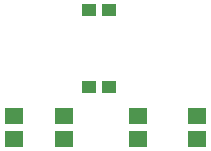
<source format=gtp>
G04*
G04 #@! TF.GenerationSoftware,Altium Limited,Altium Designer,25.1.2 (22)*
G04*
G04 Layer_Color=8421504*
%FSLAX43Y43*%
%MOMM*%
G71*
G04*
G04 #@! TF.SameCoordinates,45F33ED4-2ABE-48A3-BB4A-59BEFD863CC1*
G04*
G04*
G04 #@! TF.FilePolarity,Positive*
G04*
G01*
G75*
%ADD12R,1.550X1.350*%
%ADD13R,1.207X1.058*%
D12*
X9500Y10975D02*
D03*
Y9025D02*
D03*
X13750Y10975D02*
D03*
Y9025D02*
D03*
X25000Y11000D02*
D03*
Y9050D02*
D03*
X20000Y10975D02*
D03*
Y9025D02*
D03*
D13*
X15875Y13433D02*
D03*
X17526D02*
D03*
X15848Y20000D02*
D03*
X17500D02*
D03*
M02*

</source>
